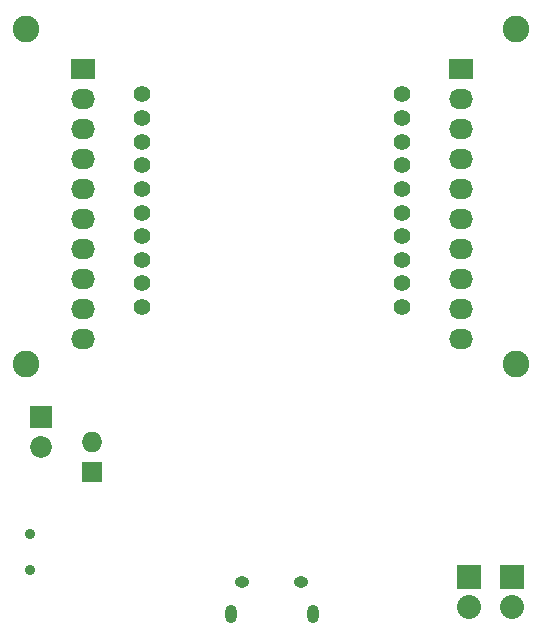
<source format=gbr>
G04 #@! TF.FileFunction,Soldermask,Bot*
%FSLAX46Y46*%
G04 Gerber Fmt 4.6, Leading zero omitted, Abs format (unit mm)*
G04 Created by KiCad (PCBNEW 4.0.4-stable) date 12/30/16 15:58:51*
%MOMM*%
%LPD*%
G01*
G04 APERTURE LIST*
%ADD10C,0.100000*%
%ADD11C,2.260600*%
%ADD12C,0.900000*%
%ADD13C,1.400000*%
%ADD14O,1.250000X0.950000*%
%ADD15O,1.000000X1.550000*%
%ADD16R,1.850000X1.850000*%
%ADD17C,1.850000*%
%ADD18R,2.032000X1.727200*%
%ADD19O,2.032000X1.727200*%
%ADD20R,2.032000X2.032000*%
%ADD21O,2.032000X2.032000*%
%ADD22R,1.727200X1.727200*%
%ADD23O,1.727200X1.727200*%
G04 APERTURE END LIST*
D10*
D11*
X128200000Y-71600000D03*
D12*
X128505000Y-114400000D03*
X128505000Y-117400000D03*
D13*
X160000000Y-77160000D03*
X160000000Y-79160000D03*
X160000000Y-81160000D03*
X160000000Y-83160000D03*
X160000000Y-85160000D03*
X160000000Y-87160000D03*
X160000000Y-89160000D03*
X160000000Y-91160000D03*
X160000000Y-93160000D03*
X160000000Y-95160000D03*
X138000000Y-95160000D03*
X138000000Y-93160000D03*
X138000000Y-91160000D03*
X138000000Y-89160000D03*
X138000000Y-87160000D03*
X138000000Y-85160000D03*
X138000000Y-83160000D03*
X138000000Y-81160000D03*
X138000000Y-79160000D03*
X138000000Y-77160000D03*
D14*
X146499100Y-118420000D03*
X151499100Y-118420000D03*
D15*
X145499100Y-121120000D03*
X152499100Y-121120000D03*
D16*
X129450000Y-104500000D03*
D17*
X129450000Y-107000000D03*
D18*
X133000000Y-75000000D03*
D19*
X133000000Y-77540000D03*
X133000000Y-80080000D03*
X133000000Y-82620000D03*
X133000000Y-85160000D03*
X133000000Y-87700000D03*
X133000000Y-90240000D03*
X133000000Y-92780000D03*
X133000000Y-95320000D03*
X133000000Y-97860000D03*
D20*
X169300000Y-118000000D03*
D21*
X169300000Y-120540000D03*
D20*
X165700000Y-118000000D03*
D21*
X165700000Y-120540000D03*
D18*
X165000000Y-75000000D03*
D19*
X165000000Y-77540000D03*
X165000000Y-80080000D03*
X165000000Y-82620000D03*
X165000000Y-85160000D03*
X165000000Y-87700000D03*
X165000000Y-90240000D03*
X165000000Y-92780000D03*
X165000000Y-95320000D03*
X165000000Y-97860000D03*
D22*
X133780000Y-109160000D03*
D23*
X133780000Y-106620000D03*
D11*
X128200000Y-100000000D03*
X169700000Y-100000000D03*
X169700000Y-71600000D03*
M02*

</source>
